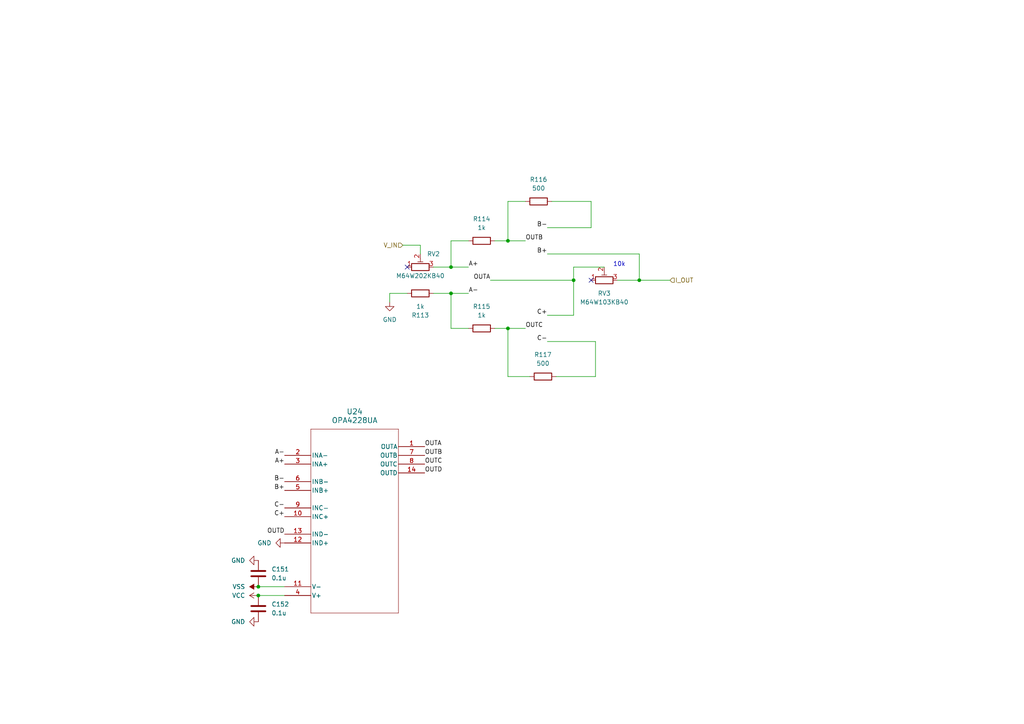
<source format=kicad_sch>
(kicad_sch (version 20231120) (generator "eeschema") (generator_version "8.0")
  (paper "A4")
  (lib_symbols
    (symbol "Device:C" (pin_numbers hide) (pin_names (offset 0.254))
      (property "Reference" "C" (at 0.635 2.54 0))
      (property "Value" "C" (at 0.635 -2.54 0))
      (symbol "C_0_1"
        (polyline (pts (xy -2.032 -0.762) (xy 2.032 -0.762)) (stroke (width 0.508)))
        (polyline (pts (xy -2.032 0.762) (xy 2.032 0.762)) (stroke (width 0.508)))
      )
      (symbol "C_1_1"
        (pin passive line (at 0 3.81 270) (length 2.794) (name "~") (number "1"))
        (pin passive line (at 0 -3.81 90) (length 2.794) (name "~") (number "2"))
      )
    )
    (symbol "Device:R" (pin_numbers hide) (pin_names (offset 0))
      (property "Reference" "R" (at 2.032 0 90))
      (property "Value" "R" (at 0 0 90))
      (symbol "R_0_1"
        (rectangle (start -1.016 -2.54) (end 1.016 2.54) (stroke (width 0.254)))
      )
      (symbol "R_1_1"
        (pin passive line (at 0 3.81 270) (length 1.27) (name "~") (number "1"))
        (pin passive line (at 0 -3.81 90) (length 1.27) (name "~") (number "2"))
      )
    )
    (symbol "Device:R_Potentiometer_Trim" (pin_names (offset 1.016) hide)
      (property "Reference" "RV" (at -4.445 0 90))
      (property "Value" "R_Potentiometer_Trim" (at -2.54 0 90))
      (symbol "R_Potentiometer_Trim_0_1"
        (polyline (pts (xy 1.524 0.762) (xy 1.524 -0.762)))
        (polyline (pts (xy 2.54 0) (xy 1.524 0)))
        (rectangle (start 1.016 2.54) (end -1.016 -2.54) (stroke (width 0.254)))
      )
      (symbol "R_Potentiometer_Trim_1_1"
        (pin passive line (at 0 3.81 270) (length 1.27) (name "1") (number "1"))
        (pin passive line (at 3.81 0 180) (length 1.27) (name "2") (number "2"))
        (pin passive line (at 0 -3.81 90) (length 1.27) (name "3") (number "3"))
      )
    )
    (symbol "OPA4228UA:OPA4228UA" (pin_names (offset 0.254))
      (property "Reference" "U" (at 20.32 12.7 0))
      (property "Value" "OPA4228UA" (at 20.32 10.16 0))
      (symbol "OPA4228UA_0_1"
        (polyline (pts (xy 7.62 -45.72) (xy 33.02 -45.72)) (stroke (width 0.127)))
        (polyline (pts (xy 7.62 7.62) (xy 7.62 -45.72)) (stroke (width 0.127)))
        (polyline (pts (xy 33.02 -45.72) (xy 33.02 7.62)) (stroke (width 0.127)))
        (polyline (pts (xy 33.02 7.62) (xy 7.62 7.62)) (stroke (width 0.127)))
        (pin output line (at 40.64 2.54 180) (length 7.62) (name "OUTA") (number "1"))
        (pin input line (at 0 -17.78 0) (length 7.62) (name "INC+") (number "10"))
        (pin power_in line (at 0 -38.1 0) (length 7.62) (name "V-") (number "11"))
        (pin input line (at 0 -25.4 0) (length 7.62) (name "IND+") (number "12"))
        (pin input line (at 0 -22.86 0) (length 7.62) (name "IND-") (number "13"))
        (pin output line (at 40.64 -5.08 180) (length 7.62) (name "OUTD") (number "14"))
        (pin input line (at 0 0 0) (length 7.62) (name "INA-") (number "2"))
        (pin input line (at 0 -2.54 0) (length 7.62) (name "INA+") (number "3"))
        (pin power_in line (at 0 -40.64 0) (length 7.62) (name "V+") (number "4"))
        (pin input line (at 0 -10.16 0) (length 7.62) (name "INB+") (number "5"))
        (pin input line (at 0 -7.62 0) (length 7.62) (name "INB-") (number "6"))
        (pin output line (at 40.64 0 180) (length 7.62) (name "OUTB") (number "7"))
        (pin output line (at 40.64 -2.54 180) (length 7.62) (name "OUTC") (number "8"))
        (pin input line (at 0 -15.24 0) (length 7.62) (name "INC-") (number "9"))
      )
    )
    (symbol "power:GND" (power) (pin_names (offset 0))
      (property "Value" "GND" (at 0 -3.81 0))
      (symbol "GND_0_1"
        (polyline (pts (xy 0 0) (xy 0 -1.27) (xy 1.27 -1.27) (xy 0 -2.54) (xy -1.27 -1.27) (xy 0 -1.27)))
      )
      (symbol "GND_1_1"
        (pin power_in line (at 0 0 270) (length 0) hide (name "GND") (number "1"))
      )
    )
    (symbol "power:VCC" (power) (pin_names (offset 0))
      (property "Value" "VCC" (at 0 3.81 0))
      (symbol "VCC_0_1"
        (polyline (pts (xy -0.762 1.27) (xy 0 2.54)))
        (polyline (pts (xy 0 0) (xy 0 2.54)))
        (polyline (pts (xy 0 2.54) (xy 0.762 1.27)))
      )
      (symbol "VCC_1_1"
        (pin power_in line (at 0 0 90) (length 0) hide (name "VCC") (number "1"))
      )
    )
    (symbol "power:VSS" (power) (pin_names (offset 0))
      (property "Value" "VSS" (at 0 3.81 0))
      (symbol "VSS_0_1"
        (polyline (pts (xy 0 0) (xy 0 2.54)))
        (polyline (pts (xy 0.762 1.27) (xy -0.762 1.27) (xy 0 2.54) (xy 0.762 1.27)) (fill (type outline)))
      )
      (symbol "VSS_1_1"
        (pin power_in line (at 0 0 90) (length 0) hide (name "VSS") (number "1"))
      )
    )
  )
  (junction (at 147.32 95.25))
  (junction (at 74.93 170.18))
  (junction (at 130.81 85.09))
  (junction (at 74.93 172.72))
  (junction (at 185.42 81.28))
  (junction (at 166.37 81.28))
  (junction (at 147.32 69.85))
  (junction (at 130.81 77.47))
  (no_connect (at 171.45 81.28))
  (no_connect (at 118.11 77.47))
  (wire (pts (xy 147.32 95.25) (xy 147.32 109.22)))
  (wire (pts (xy 172.72 99.06) (xy 158.75 99.06)))
  (wire (pts (xy 125.73 77.47) (xy 130.81 77.47)))
  (wire (pts (xy 171.45 58.42) (xy 171.45 66.04)))
  (wire (pts (xy 172.72 109.22) (xy 172.72 99.06)))
  (wire (pts (xy 171.45 66.04) (xy 158.75 66.04)))
  (wire (pts (xy 74.93 170.18) (xy 82.55 170.18)))
  (wire (pts (xy 185.42 73.66) (xy 185.42 81.28)))
  (wire (pts (xy 179.07 81.28) (xy 185.42 81.28)))
  (wire (pts (xy 82.55 172.72) (xy 74.93 172.72)))
  (wire (pts (xy 185.42 81.28) (xy 194.31 81.28)))
  (wire (pts (xy 142.24 81.28) (xy 166.37 81.28)))
  (wire (pts (xy 130.81 85.09) (xy 130.81 95.25)))
  (wire (pts (xy 166.37 77.47) (xy 175.26 77.47)))
  (wire (pts (xy 158.75 91.44) (xy 166.37 91.44)))
  (wire (pts (xy 166.37 91.44) (xy 166.37 81.28)))
  (wire (pts (xy 118.11 85.09) (xy 113.03 85.09)))
  (wire (pts (xy 130.81 69.85) (xy 130.81 77.47)))
  (wire (pts (xy 143.51 95.25) (xy 147.32 95.25)))
  (wire (pts (xy 160.02 58.42) (xy 171.45 58.42)))
  (wire (pts (xy 113.03 85.09) (xy 113.03 87.63)))
  (wire (pts (xy 121.92 71.12) (xy 121.92 73.66)))
  (wire (pts (xy 116.84 71.12) (xy 121.92 71.12)))
  (wire (pts (xy 125.73 85.09) (xy 130.81 85.09)))
  (wire (pts (xy 158.75 73.66) (xy 185.42 73.66)))
  (wire (pts (xy 135.89 69.85) (xy 130.81 69.85)))
  (wire (pts (xy 143.51 69.85) (xy 147.32 69.85)))
  (wire (pts (xy 161.29 109.22) (xy 172.72 109.22)))
  (wire (pts (xy 147.32 69.85) (xy 152.4 69.85)))
  (wire (pts (xy 130.81 95.25) (xy 135.89 95.25)))
  (wire (pts (xy 130.81 77.47) (xy 135.89 77.47)))
  (wire (pts (xy 147.32 109.22) (xy 153.67 109.22)))
  (wire (pts (xy 152.4 58.42) (xy 147.32 58.42)))
  (wire (pts (xy 147.32 95.25) (xy 152.4 95.25)))
  (wire (pts (xy 130.81 85.09) (xy 135.89 85.09)))
  (wire (pts (xy 147.32 58.42) (xy 147.32 69.85)))
  (wire (pts (xy 166.37 77.47) (xy 166.37 81.28)))
  (text "10k" (at 177.8 77.47 0) (effects (font (size 1.27 1.27)) (justify left bottom)))
  (label "A-" (at 135.89 85.09 0))
  (label "B+" (at 158.75 73.66 180))
  (label "B+" (at 82.55 142.24 180))
  (label "OUTD" (at 82.55 154.94 180))
  (label "C+" (at 158.75 91.44 180))
  (label "OUTC" (at 152.4 95.25 0))
  (label "C+" (at 82.55 149.86 180))
  (label "OUTB" (at 123.19 132.08 0))
  (label "A+" (at 82.55 134.62 180))
  (label "A-" (at 82.55 132.08 180))
  (label "OUTB" (at 152.4 69.85 0))
  (label "C-" (at 82.55 147.32 180))
  (label "OUTD" (at 123.19 137.16 0))
  (label "A+" (at 135.89 77.47 0))
  (label "B-" (at 158.75 66.04 180))
  (label "OUTC" (at 123.19 134.62 0))
  (label "OUTA" (at 142.24 81.28 180))
  (label "OUTA" (at 123.19 129.54 0))
  (label "B-" (at 82.55 139.7 180))
  (label "C-" (at 158.75 99.06 180))
  (hierarchical_label "V_IN" (shape input) (at 116.84 71.12 180))
  (hierarchical_label "I_OUT" (shape input) (at 194.31 81.28 0))
  (symbol (lib_id "Device:R") (at 156.21 58.42 90) (unit 1)
    (property "Reference" "R116" (at 156.21 52.07 90))
    (property "Value" "500" (at 156.21 54.61 90))
    (property "Footprint" "Resistor_SMD:R_0603_1608Metric" (effects (hide yes)))
  )
  (symbol (lib_id "power:GND") (at 74.93 162.56 270) (unit 1)
    (property "Reference" "#PWR0204" (effects (hide yes)))
    (property "Value" "GND" (at 71.12 162.56 90) (effects (justify right)))
  )
  (symbol (lib_id "OPA4228UA:OPA4228UA") (at 82.55 132.08 0) (unit 1)
    (property "Reference" "U24" (at 102.87 119.38 0) (effects (font (size 1.524 1.524))))
    (property "Value" "OPA4228UA" (at 102.87 121.92 0) (effects (font (size 1.524 1.524))))
    (property "Footprint" "OPA4228UA:D14" (effects (hide yes)))
    (property "Datasheet" "OPA4228UA" (effects (hide yes)))
  )
  (symbol (lib_id "Device:C") (at 74.93 176.53 0) (unit 1)
    (property "Reference" "C152" (at 78.74 175.26 0) (effects (justify left)))
    (property "Value" "0.1u" (at 78.74 177.8 0) (effects (justify left)))
    (property "Footprint" "Capacitor_SMD:C_0603_1608Metric" (effects (hide yes)))
  )
  (symbol (lib_id "Device:C") (at 74.93 166.37 0) (unit 1)
    (property "Reference" "C151" (at 78.74 165.1 0) (effects (justify left)))
    (property "Value" "0.1u" (at 78.74 167.64 0) (effects (justify left)))
    (property "Footprint" "Capacitor_SMD:C_0603_1608Metric" (effects (hide yes)))
  )
  (symbol (lib_id "Device:R") (at 139.7 95.25 90) (unit 1)
    (property "Reference" "R115" (at 139.7 88.9 90))
    (property "Value" "1k" (at 139.7 91.44 90))
    (property "Footprint" "Resistor_SMD:R_0603_1608Metric" (effects (hide yes)))
  )
  (symbol (lib_id "Device:R") (at 157.48 109.22 90) (unit 1)
    (property "Reference" "R117" (at 157.48 102.87 90))
    (property "Value" "500" (at 157.48 105.41 90))
    (property "Footprint" "Resistor_SMD:R_0603_1608Metric" (effects (hide yes)))
  )
  (symbol (lib_id "Device:R") (at 121.92 85.09 90) (unit 1)
    (property "Reference" "R113" (at 121.92 91.44 90))
    (property "Value" "1k" (at 121.92 88.9 90))
    (property "Footprint" "Resistor_SMD:R_0603_1608Metric" (effects (hide yes)))
  )
  (symbol (lib_id "power:GND") (at 82.55 157.48 270) (unit 1)
    (property "Reference" "#PWR0208" (effects (hide yes)))
    (property "Value" "GND" (at 78.74 157.48 90) (effects (justify right)))
  )
  (symbol (lib_id "Device:R") (at 139.7 69.85 90) (unit 1)
    (property "Reference" "R114" (at 139.7 63.5 90))
    (property "Value" "1k" (at 139.7 66.04 90))
    (property "Footprint" "Resistor_SMD:R_0603_1608Metric" (effects (hide yes)))
  )
  (symbol (lib_id "power:VSS") (at 74.93 170.18 90) (unit 1)
    (property "Reference" "#PWR0205" (effects (hide yes)))
    (property "Value" "VSS" (at 71.12 170.18 90) (effects (justify left)))
  )
  (symbol (lib_id "power:VCC") (at 74.93 172.72 90) (unit 1)
    (property "Reference" "#PWR0206" (effects (hide yes)))
    (property "Value" "VCC" (at 71.12 172.72 90) (effects (justify left)))
  )
  (symbol (lib_id "Device:R_Potentiometer_Trim") (at 121.92 77.47 90) (unit 1)
    (property "Reference" "RV2" (at 125.73 73.66 90))
    (property "Value" "M64W202KB40" (at 121.92 80.01 90))
    (property "Footprint" "M64W103KB40:POT_2023-08-01_VIS" (effects (hide yes)))
  )
  (symbol (lib_id "power:GND") (at 74.93 180.34 270) (unit 1)
    (property "Reference" "#PWR0207" (effects (hide yes)))
    (property "Value" "GND" (at 71.12 180.34 90) (effects (justify right)))
  )
  (symbol (lib_id "power:GND") (at 113.03 87.63 0) (unit 1)
    (property "Reference" "#PWR0209" (effects (hide yes)))
    (property "Value" "GND" (at 113.03 92.71 0))
  )
  (symbol (lib_id "Device:R_Potentiometer_Trim") (at 175.26 81.28 90) (unit 1)
    (property "Reference" "RV3" (at 175.26 85.09 90))
    (property "Value" "M64W103KB40" (at 175.26 87.63 90))
    (property "Footprint" "M64W103KB40:POT_2023-08-01_VIS" (effects (hide yes)))
  )
)
</source>
